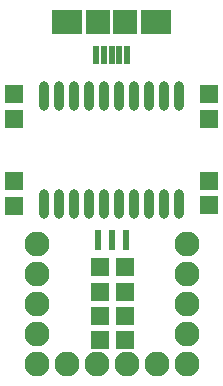
<source format=gts>
%FSAX25Y25*%
%MOIN*%
G70*
G01*
G75*
G04 Layer_Color=8388736*
%ADD10R,0.05118X0.05118*%
%ADD11R,0.05118X0.05118*%
%ADD12R,0.01181X0.06299*%
%ADD13O,0.02362X0.09055*%
%ADD14R,0.01575X0.05512*%
%ADD15R,0.09055X0.07480*%
%ADD16R,0.07087X0.07480*%
%ADD17C,0.00800*%
%ADD18C,0.02000*%
%ADD19C,0.07500*%
%ADD20C,0.03200*%
%ADD21C,0.05000*%
%ADD22R,0.04400X0.04400*%
%ADD23C,0.00600*%
%ADD24C,0.02362*%
%ADD25C,0.00984*%
%ADD26C,0.00787*%
%ADD27C,0.01000*%
%ADD28R,0.05918X0.05918*%
%ADD29R,0.05918X0.05918*%
%ADD30R,0.01981X0.07099*%
%ADD31O,0.03162X0.09855*%
%ADD32R,0.02375X0.06312*%
%ADD33R,0.09855X0.08280*%
%ADD34R,0.07887X0.08280*%
%ADD35C,0.08300*%
D28*
X0273500Y0391268D02*
D03*
X0282000D02*
D03*
X0310000Y0456732D02*
D03*
Y0436268D02*
D03*
X0273500Y0399232D02*
D03*
X0282000D02*
D03*
X0245000Y0456732D02*
D03*
Y0427732D02*
D03*
D29*
X0273500Y0383000D02*
D03*
X0282000D02*
D03*
X0310000Y0465000D02*
D03*
Y0428000D02*
D03*
X0273500Y0407500D02*
D03*
X0282000D02*
D03*
X0245000Y0465000D02*
D03*
Y0436000D02*
D03*
D30*
X0277500Y0416500D02*
D03*
X0282224D02*
D03*
X0272776D02*
D03*
D31*
X0300079Y0464413D02*
D03*
X0295079D02*
D03*
X0290079D02*
D03*
X0285079D02*
D03*
X0280079D02*
D03*
X0275079D02*
D03*
X0270079D02*
D03*
X0265079D02*
D03*
X0260079D02*
D03*
X0255079D02*
D03*
X0300079Y0428587D02*
D03*
X0295079D02*
D03*
X0290079D02*
D03*
X0285079D02*
D03*
X0280079D02*
D03*
X0275079D02*
D03*
X0270079D02*
D03*
X0265079D02*
D03*
X0260079D02*
D03*
X0255079D02*
D03*
D32*
X0272382Y0478000D02*
D03*
X0282618D02*
D03*
X0280059D02*
D03*
X0274941D02*
D03*
X0277500D02*
D03*
D33*
X0262736Y0489221D02*
D03*
X0292264D02*
D03*
D34*
X0282028D02*
D03*
X0272972D02*
D03*
D35*
X0302500Y0385000D02*
D03*
Y0405000D02*
D03*
Y0415000D02*
D03*
Y0395000D02*
D03*
X0252500Y0415000D02*
D03*
Y0395000D02*
D03*
Y0385000D02*
D03*
Y0405000D02*
D03*
X0302500Y0375000D02*
D03*
X0272500D02*
D03*
X0252500D02*
D03*
X0262500D02*
D03*
X0282500D02*
D03*
X0292500D02*
D03*
M02*

</source>
